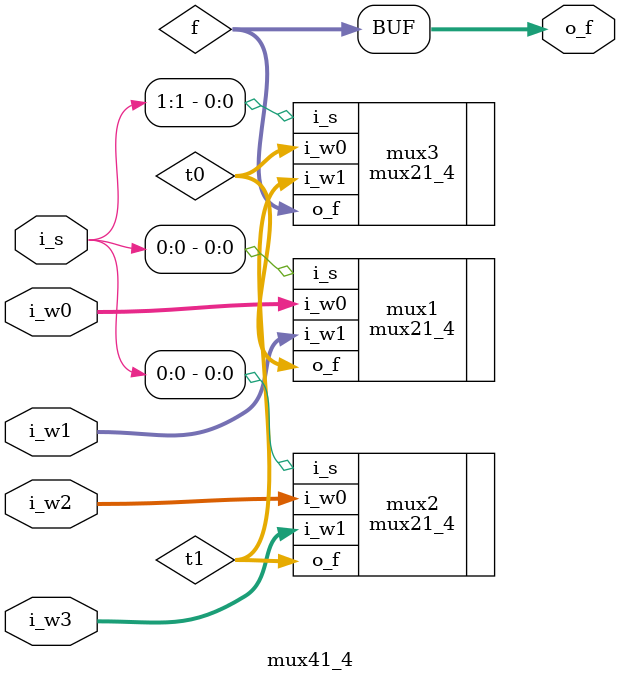
<source format=v>
`timescale 1ns / 1ps
module mux41_4(
    i_s,
	i_w0,
	i_w1,
    i_w2,
    i_w3,
	o_f
	);
	input [1:0] i_s; 
	input [3:0] i_w0;
	input [3:0] i_w1;
    input [3:0] i_w2;
    input [3:0] i_w3;
	output reg [3:0] o_f;
	wire [3:0] t0;
	wire [3:0] t1;
	wire [3:0] f;
	
		mux21_4 mux1(.i_s(i_s[0]),
                    .i_w0(i_w0),
                    .i_w1(i_w1),
                    .o_f(t0)
                    );
		mux21_4 mux2(.i_s(i_s[0]),.i_w0(i_w2),.i_w1(i_w3),.o_f(t1));
		mux21_4 mux3(.i_s(i_s[1]),.i_w0(t0),.i_w1(t1),.o_f(f));
		always@(*) begin
			o_f = f;
			end
	
endmodule

</source>
